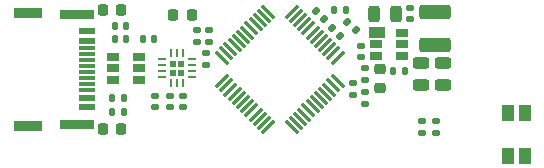
<source format=gbr>
%TF.GenerationSoftware,KiCad,Pcbnew,(5.99.0-7355-g8781ce7efb)*%
%TF.CreationDate,2021-01-22T11:19:25+01:00*%
%TF.ProjectId,FoxPill,466f7850-696c-46c2-9e6b-696361645f70,rev?*%
%TF.SameCoordinates,Original*%
%TF.FileFunction,Paste,Top*%
%TF.FilePolarity,Positive*%
%FSLAX46Y46*%
G04 Gerber Fmt 4.6, Leading zero omitted, Abs format (unit mm)*
G04 Created by KiCad (PCBNEW (5.99.0-7355-g8781ce7efb)) date 2021-01-22 11:19:25*
%MOMM*%
%LPD*%
G01*
G04 APERTURE LIST*
G04 Aperture macros list*
%AMRoundRect*
0 Rectangle with rounded corners*
0 $1 Rounding radius*
0 $2 $3 $4 $5 $6 $7 $8 $9 X,Y pos of 4 corners*
0 Add a 4 corners polygon primitive as box body*
4,1,4,$2,$3,$4,$5,$6,$7,$8,$9,$2,$3,0*
0 Add four circle primitives for the rounded corners*
1,1,$1+$1,$2,$3,0*
1,1,$1+$1,$4,$5,0*
1,1,$1+$1,$6,$7,0*
1,1,$1+$1,$8,$9,0*
0 Add four rect primitives between the rounded corners*
20,1,$1+$1,$2,$3,$4,$5,0*
20,1,$1+$1,$4,$5,$6,$7,0*
20,1,$1+$1,$6,$7,$8,$9,0*
20,1,$1+$1,$8,$9,$2,$3,0*%
G04 Aperture macros list end*
%ADD10C,0.100000*%
%ADD11RoundRect,0.218750X0.218750X0.256250X-0.218750X0.256250X-0.218750X-0.256250X0.218750X-0.256250X0*%
%ADD12R,1.450000X0.600000*%
%ADD13R,1.450000X0.300000*%
%ADD14RoundRect,0.147500X0.147500X0.172500X-0.147500X0.172500X-0.147500X-0.172500X0.147500X-0.172500X0*%
%ADD15RoundRect,0.147500X-0.147500X-0.172500X0.147500X-0.172500X0.147500X0.172500X-0.147500X0.172500X0*%
%ADD16R,1.060000X0.650000*%
%ADD17RoundRect,0.147500X0.172500X-0.147500X0.172500X0.147500X-0.172500X0.147500X-0.172500X-0.147500X0*%
%ADD18RoundRect,0.145000X0.145000X-0.145000X0.145000X0.145000X-0.145000X0.145000X-0.145000X-0.145000X0*%
%ADD19RoundRect,0.062500X0.062500X-0.275000X0.062500X0.275000X-0.062500X0.275000X-0.062500X-0.275000X0*%
%ADD20RoundRect,0.062500X0.275000X-0.062500X0.275000X0.062500X-0.275000X0.062500X-0.275000X-0.062500X0*%
%ADD21RoundRect,0.147500X-0.172500X0.147500X-0.172500X-0.147500X0.172500X-0.147500X0.172500X0.147500X0*%
%ADD22RoundRect,0.243750X-0.456250X0.243750X-0.456250X-0.243750X0.456250X-0.243750X0.456250X0.243750X0*%
%ADD23RoundRect,0.243750X0.243750X0.456250X-0.243750X0.456250X-0.243750X-0.456250X0.243750X-0.456250X0*%
%ADD24RoundRect,0.075000X0.415425X0.521491X-0.521491X-0.415425X-0.415425X-0.521491X0.521491X0.415425X0*%
%ADD25RoundRect,0.075000X-0.415425X0.521491X-0.521491X0.415425X0.415425X-0.521491X0.521491X-0.415425X0*%
%ADD26RoundRect,0.250000X-1.075000X0.375000X-1.075000X-0.375000X1.075000X-0.375000X1.075000X0.375000X0*%
%ADD27RoundRect,0.147500X-0.226274X-0.017678X-0.017678X-0.226274X0.226274X0.017678X0.017678X0.226274X0*%
%ADD28RoundRect,0.218750X-0.256250X0.218750X-0.256250X-0.218750X0.256250X-0.218750X0.256250X0.218750X0*%
%ADD29RoundRect,0.147500X0.226274X0.017678X0.017678X0.226274X-0.226274X-0.017678X-0.017678X-0.226274X0*%
%ADD30RoundRect,0.218750X-0.218750X-0.256250X0.218750X-0.256250X0.218750X0.256250X-0.218750X0.256250X0*%
%ADD31R,1.050000X1.400000*%
G04 APERTURE END LIST*
D10*
X24069999Y-24270000D02*
X24069999Y-23570000D01*
X24069999Y-23570000D02*
X26869999Y-23570000D01*
X26869999Y-23570000D02*
X26869999Y-24270000D01*
X26869999Y-24270000D02*
X24069999Y-24270000D01*
G36*
X26869999Y-24270000D02*
G01*
X24069999Y-24270000D01*
X24069999Y-23570000D01*
X26869999Y-23570000D01*
X26869999Y-24270000D01*
G37*
X26869999Y-24270000D02*
X24069999Y-24270000D01*
X24069999Y-23570000D01*
X26869999Y-23570000D01*
X26869999Y-24270000D01*
X24057766Y-33580444D02*
X24057766Y-32880444D01*
X24057766Y-32880444D02*
X26857766Y-32880444D01*
X26857766Y-32880444D02*
X26857766Y-33580444D01*
X26857766Y-33580444D02*
X24057766Y-33580444D01*
G36*
X26857766Y-33580444D02*
G01*
X24057766Y-33580444D01*
X24057766Y-32880444D01*
X26857766Y-32880444D01*
X26857766Y-33580444D01*
G37*
X26857766Y-33580444D02*
X24057766Y-33580444D01*
X24057766Y-32880444D01*
X26857766Y-32880444D01*
X26857766Y-33580444D01*
X20169999Y-33720000D02*
X20153391Y-32986669D01*
X20153391Y-32986669D02*
X22469999Y-32986669D01*
X22469999Y-32986669D02*
X22469999Y-33720000D01*
X22469999Y-33720000D02*
X20169999Y-33720000D01*
G36*
X22469999Y-33720000D02*
G01*
X20169999Y-33720000D01*
X20153391Y-32986669D01*
X22469999Y-32986669D01*
X22469999Y-33720000D01*
G37*
X22469999Y-33720000D02*
X20169999Y-33720000D01*
X20153391Y-32986669D01*
X22469999Y-32986669D01*
X22469999Y-33720000D01*
X20169999Y-24130444D02*
X20169999Y-23370000D01*
X20169999Y-23370000D02*
X22469999Y-23370000D01*
X22469999Y-23370000D02*
X22469999Y-24130444D01*
X22469999Y-24130444D02*
X20169999Y-24130444D01*
G36*
X22469999Y-24130444D02*
G01*
X20169999Y-24130444D01*
X20169999Y-23370000D01*
X22469999Y-23370000D01*
X22469999Y-24130444D01*
G37*
X22469999Y-24130444D02*
X20169999Y-24130444D01*
X20169999Y-23370000D01*
X22469999Y-23370000D01*
X22469999Y-24130444D01*
X51490000Y-25855000D02*
X50240000Y-25855000D01*
X50240000Y-25855000D02*
X50240000Y-25005000D01*
X50240000Y-25005000D02*
X51490000Y-25005000D01*
X51490000Y-25005000D02*
X51490000Y-25855000D01*
G36*
X51490000Y-25855000D02*
G01*
X50240000Y-25855000D01*
X50240000Y-25005000D01*
X51490000Y-25005000D01*
X51490000Y-25855000D01*
G37*
X51490000Y-25855000D02*
X50240000Y-25855000D01*
X50240000Y-25005000D01*
X51490000Y-25005000D01*
X51490000Y-25855000D01*
D11*
X29287500Y-23600000D03*
X27712500Y-23600000D03*
X29287500Y-33600000D03*
X27712500Y-33600000D03*
D12*
X26369999Y-25370000D03*
X26369999Y-26170000D03*
D13*
X26369999Y-27320000D03*
X26369999Y-28320000D03*
X26369999Y-28820000D03*
X26369999Y-29820000D03*
D12*
X26369999Y-31770000D03*
X26369999Y-30970000D03*
D13*
X26369999Y-30320000D03*
X26369999Y-29320000D03*
X26369999Y-27820000D03*
X26369999Y-26820000D03*
D14*
X29485000Y-31000000D03*
X28515000Y-31000000D03*
X29685000Y-26000000D03*
X28715000Y-26000000D03*
D15*
X28715000Y-24900000D03*
X29685000Y-24900000D03*
X28515000Y-32200000D03*
X29485000Y-32200000D03*
D16*
X30800000Y-29450000D03*
X30800000Y-28500000D03*
X30800000Y-27550000D03*
X28600000Y-27550000D03*
X28600000Y-28500000D03*
X28600000Y-29450000D03*
D15*
X31115000Y-26000000D03*
X32085000Y-26000000D03*
D17*
X32100000Y-31785000D03*
X32100000Y-30815000D03*
D18*
X34360000Y-28860000D03*
X34360000Y-28140000D03*
X33640000Y-28140000D03*
X33640000Y-28860000D03*
D19*
X33500000Y-29762500D03*
X34000000Y-29762500D03*
X34500000Y-29762500D03*
D20*
X35262500Y-29250000D03*
X35262500Y-28750000D03*
X35262500Y-28250000D03*
X35262500Y-27750000D03*
D19*
X34500000Y-27237500D03*
X34000000Y-27237500D03*
X33500000Y-27237500D03*
D20*
X32737500Y-27750000D03*
X32737500Y-28250000D03*
X32737500Y-28750000D03*
X32737500Y-29250000D03*
D21*
X48920000Y-29770000D03*
X48920000Y-30740000D03*
X36470000Y-27215000D03*
X36470000Y-28185000D03*
X34500000Y-30815000D03*
X34500000Y-31785000D03*
X33400000Y-30815000D03*
X33400000Y-31785000D03*
D17*
X35690000Y-26255001D03*
X35690000Y-25285001D03*
X36690000Y-26255001D03*
X36690000Y-25285001D03*
X49930000Y-29475000D03*
X49930000Y-28505000D03*
D21*
X53720000Y-23385000D03*
X53720000Y-24355000D03*
D16*
X50870000Y-25530000D03*
X50870000Y-26480000D03*
X50870000Y-27430000D03*
X53070000Y-27430000D03*
X53070000Y-26480000D03*
X53070000Y-25530000D03*
D21*
X54700000Y-32990000D03*
X54700000Y-33960000D03*
D17*
X49600000Y-27570000D03*
X49600000Y-26600000D03*
D22*
X56500000Y-28022500D03*
X56500000Y-29897500D03*
D23*
X52517500Y-23890000D03*
X50642500Y-23890000D03*
D24*
X47587876Y-27591161D03*
X47234322Y-27237607D03*
X46880769Y-26884054D03*
X46527215Y-26530500D03*
X46173662Y-26176947D03*
X45820109Y-25823394D03*
X45466555Y-25469840D03*
X45113002Y-25116287D03*
X44759449Y-24762734D03*
X44405895Y-24409180D03*
X44052342Y-24055627D03*
X43698788Y-23702073D03*
D25*
X41701212Y-23702073D03*
X41347658Y-24055627D03*
X40994105Y-24409180D03*
X40640551Y-24762734D03*
X40286998Y-25116287D03*
X39933445Y-25469840D03*
X39579891Y-25823394D03*
X39226338Y-26176947D03*
X38872785Y-26530500D03*
X38519231Y-26884054D03*
X38165678Y-27237607D03*
X37812124Y-27591161D03*
D24*
X37812124Y-29588737D03*
X38165678Y-29942291D03*
X38519231Y-30295844D03*
X38872785Y-30649398D03*
X39226338Y-31002951D03*
X39579891Y-31356504D03*
X39933445Y-31710058D03*
X40286998Y-32063611D03*
X40640551Y-32417164D03*
X40994105Y-32770718D03*
X41347658Y-33124271D03*
X41701212Y-33477825D03*
D25*
X43698788Y-33477825D03*
X44052342Y-33124271D03*
X44405895Y-32770718D03*
X44759449Y-32417164D03*
X45113002Y-32063611D03*
X45466555Y-31710058D03*
X45820109Y-31356504D03*
X46173662Y-31002951D03*
X46527215Y-30649398D03*
X46880769Y-30295844D03*
X47234322Y-29942291D03*
X47587876Y-29588737D03*
D26*
X55820000Y-23700000D03*
X55820000Y-26500000D03*
D27*
X45747053Y-23652053D03*
X46432947Y-24337947D03*
D17*
X55930000Y-33950000D03*
X55930000Y-32980000D03*
D21*
X49930000Y-30515000D03*
X49930000Y-31485000D03*
D15*
X52315000Y-28750000D03*
X53285000Y-28750000D03*
D22*
X54690000Y-28012500D03*
X54690000Y-29887500D03*
D28*
X51180000Y-28552500D03*
X51180000Y-30127500D03*
D29*
X47832947Y-25742947D03*
X47147053Y-25057053D03*
D14*
X48265000Y-23530000D03*
X47295000Y-23530000D03*
D27*
X48422053Y-24587053D03*
X49107947Y-25272947D03*
D30*
X33662500Y-23960000D03*
X35237500Y-23960000D03*
D31*
X61980000Y-35900000D03*
X61980000Y-32300000D03*
X63420000Y-32300000D03*
X63420000Y-35900000D03*
M02*

</source>
